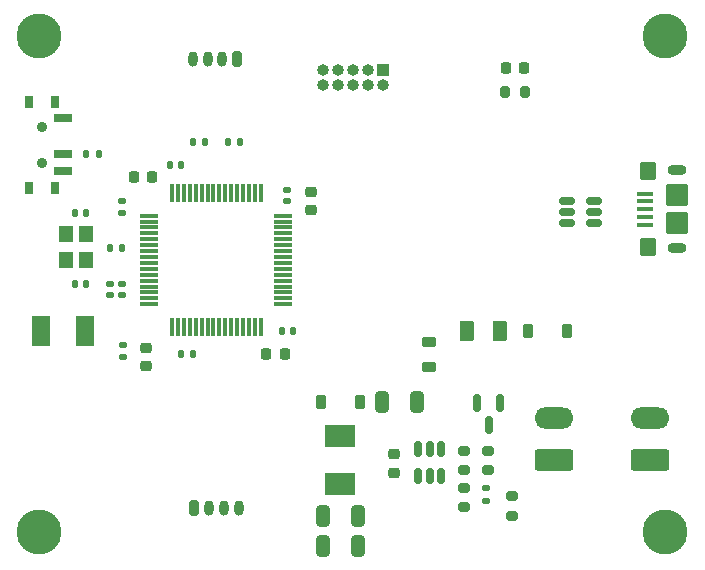
<source format=gbr>
%TF.GenerationSoftware,KiCad,Pcbnew,8.0.3*%
%TF.CreationDate,2024-07-29T11:00:05+05:30*%
%TF.ProjectId,SSTM32_REV2,5353544d-3332-45f5-9245-56322e6b6963,rev?*%
%TF.SameCoordinates,Original*%
%TF.FileFunction,Soldermask,Top*%
%TF.FilePolarity,Negative*%
%FSLAX46Y46*%
G04 Gerber Fmt 4.6, Leading zero omitted, Abs format (unit mm)*
G04 Created by KiCad (PCBNEW 8.0.3) date 2024-07-29 11:00:05*
%MOMM*%
%LPD*%
G01*
G04 APERTURE LIST*
G04 Aperture macros list*
%AMRoundRect*
0 Rectangle with rounded corners*
0 $1 Rounding radius*
0 $2 $3 $4 $5 $6 $7 $8 $9 X,Y pos of 4 corners*
0 Add a 4 corners polygon primitive as box body*
4,1,4,$2,$3,$4,$5,$6,$7,$8,$9,$2,$3,0*
0 Add four circle primitives for the rounded corners*
1,1,$1+$1,$2,$3*
1,1,$1+$1,$4,$5*
1,1,$1+$1,$6,$7*
1,1,$1+$1,$8,$9*
0 Add four rect primitives between the rounded corners*
20,1,$1+$1,$2,$3,$4,$5,0*
20,1,$1+$1,$4,$5,$6,$7,0*
20,1,$1+$1,$6,$7,$8,$9,0*
20,1,$1+$1,$8,$9,$2,$3,0*%
G04 Aperture macros list end*
%ADD10RoundRect,0.140000X0.170000X-0.140000X0.170000X0.140000X-0.170000X0.140000X-0.170000X-0.140000X0*%
%ADD11RoundRect,0.140000X-0.140000X-0.170000X0.140000X-0.170000X0.140000X0.170000X-0.140000X0.170000X0*%
%ADD12RoundRect,0.225000X0.225000X0.250000X-0.225000X0.250000X-0.225000X-0.250000X0.225000X-0.250000X0*%
%ADD13RoundRect,0.135000X-0.185000X0.135000X-0.185000X-0.135000X0.185000X-0.135000X0.185000X0.135000X0*%
%ADD14R,1.200000X1.400000*%
%ADD15RoundRect,0.218750X-0.381250X0.218750X-0.381250X-0.218750X0.381250X-0.218750X0.381250X0.218750X0*%
%ADD16RoundRect,0.250000X-0.375000X-0.625000X0.375000X-0.625000X0.375000X0.625000X-0.375000X0.625000X0*%
%ADD17R,0.800000X1.000000*%
%ADD18C,0.900000*%
%ADD19R,1.500000X0.700000*%
%ADD20RoundRect,0.200000X0.275000X-0.200000X0.275000X0.200000X-0.275000X0.200000X-0.275000X-0.200000X0*%
%ADD21RoundRect,0.135000X0.185000X-0.135000X0.185000X0.135000X-0.185000X0.135000X-0.185000X-0.135000X0*%
%ADD22RoundRect,0.218750X0.256250X-0.218750X0.256250X0.218750X-0.256250X0.218750X-0.256250X-0.218750X0*%
%ADD23R,1.500000X2.500000*%
%ADD24RoundRect,0.225000X-0.225000X-0.375000X0.225000X-0.375000X0.225000X0.375000X-0.225000X0.375000X0*%
%ADD25RoundRect,0.150000X0.150000X-0.512500X0.150000X0.512500X-0.150000X0.512500X-0.150000X-0.512500X0*%
%ADD26RoundRect,0.218750X0.218750X0.256250X-0.218750X0.256250X-0.218750X-0.256250X0.218750X-0.256250X0*%
%ADD27RoundRect,0.225000X0.250000X-0.225000X0.250000X0.225000X-0.250000X0.225000X-0.250000X-0.225000X0*%
%ADD28RoundRect,0.250000X-0.325000X-0.650000X0.325000X-0.650000X0.325000X0.650000X-0.325000X0.650000X0*%
%ADD29RoundRect,0.250000X1.400000X-0.650000X1.400000X0.650000X-1.400000X0.650000X-1.400000X-0.650000X0*%
%ADD30O,3.300000X1.800000*%
%ADD31RoundRect,0.200000X-0.275000X0.200000X-0.275000X-0.200000X0.275000X-0.200000X0.275000X0.200000X0*%
%ADD32C,3.800000*%
%ADD33RoundRect,0.150000X-0.150000X0.587500X-0.150000X-0.587500X0.150000X-0.587500X0.150000X0.587500X0*%
%ADD34RoundRect,0.075000X-0.700000X-0.075000X0.700000X-0.075000X0.700000X0.075000X-0.700000X0.075000X0*%
%ADD35RoundRect,0.075000X-0.075000X-0.700000X0.075000X-0.700000X0.075000X0.700000X-0.075000X0.700000X0*%
%ADD36RoundRect,0.135000X0.135000X0.185000X-0.135000X0.185000X-0.135000X-0.185000X0.135000X-0.185000X0*%
%ADD37R,2.500000X1.900000*%
%ADD38RoundRect,0.225000X-0.225000X-0.250000X0.225000X-0.250000X0.225000X0.250000X-0.225000X0.250000X0*%
%ADD39RoundRect,0.200000X-0.200000X-0.450000X0.200000X-0.450000X0.200000X0.450000X-0.200000X0.450000X0*%
%ADD40O,0.800000X1.300000*%
%ADD41R,1.000000X1.000000*%
%ADD42O,1.000000X1.000000*%
%ADD43RoundRect,0.140000X0.140000X0.170000X-0.140000X0.170000X-0.140000X-0.170000X0.140000X-0.170000X0*%
%ADD44RoundRect,0.100000X0.575000X-0.100000X0.575000X0.100000X-0.575000X0.100000X-0.575000X-0.100000X0*%
%ADD45O,1.600000X0.900000*%
%ADD46RoundRect,0.250000X0.450000X-0.550000X0.450000X0.550000X-0.450000X0.550000X-0.450000X-0.550000X0*%
%ADD47RoundRect,0.250000X0.700000X-0.700000X0.700000X0.700000X-0.700000X0.700000X-0.700000X-0.700000X0*%
%ADD48RoundRect,0.135000X-0.135000X-0.185000X0.135000X-0.185000X0.135000X0.185000X-0.135000X0.185000X0*%
%ADD49RoundRect,0.150000X0.512500X0.150000X-0.512500X0.150000X-0.512500X-0.150000X0.512500X-0.150000X0*%
%ADD50RoundRect,0.200000X0.200000X0.275000X-0.200000X0.275000X-0.200000X-0.275000X0.200000X-0.275000X0*%
%ADD51RoundRect,0.200000X0.200000X0.450000X-0.200000X0.450000X-0.200000X-0.450000X0.200000X-0.450000X0*%
G04 APERTURE END LIST*
D10*
%TO.C,C9*%
X151000000Y-103000000D03*
X151000000Y-102040000D03*
%TD*%
D11*
%TO.C,C12*%
X148040000Y-96000000D03*
X149000000Y-96000000D03*
%TD*%
D12*
%TO.C,C3*%
X154550000Y-93000000D03*
X153000000Y-93000000D03*
%TD*%
D13*
%TO.C,R7*%
X182850000Y-119350000D03*
X182850000Y-120370000D03*
%TD*%
D11*
%TO.C,C6*%
X165520000Y-106000000D03*
X166480000Y-106000000D03*
%TD*%
D14*
%TO.C,Y1*%
X147300000Y-97800000D03*
X147300000Y-100000000D03*
X149000000Y-100000000D03*
X149000000Y-97800000D03*
%TD*%
D15*
%TO.C,FB1*%
X178000000Y-106937500D03*
X178000000Y-109062500D03*
%TD*%
D16*
%TO.C,F1*%
X181200000Y-106000000D03*
X184000000Y-106000000D03*
%TD*%
D17*
%TO.C,SW1*%
X146350000Y-86600000D03*
X144140000Y-86600000D03*
D18*
X145240000Y-88750000D03*
X145240000Y-91750000D03*
D17*
X146350000Y-93900000D03*
X144140000Y-93900000D03*
D19*
X147000000Y-88000000D03*
X147000000Y-91000000D03*
X147000000Y-92500000D03*
%TD*%
D20*
%TO.C,R5*%
X183000000Y-117825000D03*
X183000000Y-116175000D03*
%TD*%
D21*
%TO.C,R3*%
X152100000Y-108220000D03*
X152100000Y-107200000D03*
%TD*%
D22*
%TO.C,D1*%
X154000000Y-109000000D03*
X154000000Y-107425000D03*
%TD*%
D23*
%TO.C,L1*%
X145150000Y-106000000D03*
X148850000Y-106000000D03*
%TD*%
D24*
%TO.C,D3*%
X186350000Y-106000000D03*
X189650000Y-106000000D03*
%TD*%
D25*
%TO.C,IC1*%
X177100000Y-118275000D03*
X178050000Y-118275000D03*
X179000000Y-118275000D03*
X179000000Y-116000000D03*
X178050000Y-116000000D03*
X177100000Y-116000000D03*
%TD*%
D26*
%TO.C,D4*%
X186062500Y-83750000D03*
X184487500Y-83750000D03*
%TD*%
D27*
%TO.C,C14*%
X175000000Y-118000000D03*
X175000000Y-116450000D03*
%TD*%
D28*
%TO.C,C15*%
X169025000Y-121700000D03*
X171975000Y-121700000D03*
%TD*%
D29*
%TO.C,J1*%
X188552500Y-116900000D03*
X196752500Y-116900000D03*
D30*
X188552500Y-113400000D03*
X196752500Y-113400000D03*
%TD*%
D10*
%TO.C,C7*%
X166000000Y-95000000D03*
X166000000Y-94040000D03*
%TD*%
D31*
%TO.C,R8*%
X185000000Y-120000000D03*
X185000000Y-121650000D03*
%TD*%
D32*
%TO.C,H2*%
X198000000Y-123000000D03*
%TD*%
D10*
%TO.C,C10*%
X152000000Y-103000000D03*
X152000000Y-102040000D03*
%TD*%
D33*
%TO.C,Q1*%
X184000000Y-112125000D03*
X182100000Y-112125000D03*
X183050000Y-114000000D03*
%TD*%
D10*
%TO.C,C4*%
X152000000Y-96000000D03*
X152000000Y-95040000D03*
%TD*%
D34*
%TO.C,U1*%
X154325000Y-96250000D03*
X154325000Y-96750000D03*
X154325000Y-97250000D03*
X154325000Y-97750000D03*
X154325000Y-98250000D03*
X154325000Y-98750000D03*
X154325000Y-99250000D03*
X154325000Y-99750000D03*
X154325000Y-100250000D03*
X154325000Y-100750000D03*
X154325000Y-101250000D03*
X154325000Y-101750000D03*
X154325000Y-102250000D03*
X154325000Y-102750000D03*
X154325000Y-103250000D03*
X154325000Y-103750000D03*
D35*
X156250000Y-105675000D03*
X156750000Y-105675000D03*
X157250000Y-105675000D03*
X157750000Y-105675000D03*
X158250000Y-105675000D03*
X158750000Y-105675000D03*
X159250000Y-105675000D03*
X159750000Y-105675000D03*
X160250000Y-105675000D03*
X160750000Y-105675000D03*
X161250000Y-105675000D03*
X161750000Y-105675000D03*
X162250000Y-105675000D03*
X162750000Y-105675000D03*
X163250000Y-105675000D03*
X163750000Y-105675000D03*
D34*
X165675000Y-103750000D03*
X165675000Y-103250000D03*
X165675000Y-102750000D03*
X165675000Y-102250000D03*
X165675000Y-101750000D03*
X165675000Y-101250000D03*
X165675000Y-100750000D03*
X165675000Y-100250000D03*
X165675000Y-99750000D03*
X165675000Y-99250000D03*
X165675000Y-98750000D03*
X165675000Y-98250000D03*
X165675000Y-97750000D03*
X165675000Y-97250000D03*
X165675000Y-96750000D03*
X165675000Y-96250000D03*
D35*
X163750000Y-94325000D03*
X163250000Y-94325000D03*
X162750000Y-94325000D03*
X162250000Y-94325000D03*
X161750000Y-94325000D03*
X161250000Y-94325000D03*
X160750000Y-94325000D03*
X160250000Y-94325000D03*
X159750000Y-94325000D03*
X159250000Y-94325000D03*
X158750000Y-94325000D03*
X158250000Y-94325000D03*
X157750000Y-94325000D03*
X157250000Y-94325000D03*
X156750000Y-94325000D03*
X156250000Y-94325000D03*
%TD*%
D31*
%TO.C,R4*%
X181000000Y-116175000D03*
X181000000Y-117825000D03*
%TD*%
D36*
%TO.C,R2*%
X152020000Y-99000000D03*
X151000000Y-99000000D03*
%TD*%
D32*
%TO.C,H1*%
X145000000Y-81000000D03*
%TD*%
%TO.C,H3*%
X145000000Y-123000000D03*
%TD*%
D37*
%TO.C,L2*%
X170475000Y-114900000D03*
X170475000Y-119000000D03*
%TD*%
D38*
%TO.C,C2*%
X164225000Y-108000000D03*
X165775000Y-108000000D03*
%TD*%
D39*
%TO.C,J4*%
X158125000Y-121000000D03*
D40*
X159375000Y-121000000D03*
X160625000Y-121000000D03*
X161875000Y-121000000D03*
%TD*%
D41*
%TO.C,J6*%
X174100000Y-83925000D03*
D42*
X174100000Y-85195000D03*
X172830000Y-83925000D03*
X172830000Y-85195000D03*
X171560000Y-83925000D03*
X171560000Y-85195000D03*
X170290000Y-83925000D03*
X170290000Y-85195000D03*
X169020000Y-83925000D03*
X169020000Y-85195000D03*
%TD*%
D43*
%TO.C,C5*%
X158000000Y-108000000D03*
X157040000Y-108000000D03*
%TD*%
D44*
%TO.C,J5*%
X196325000Y-97000000D03*
X196325000Y-96350000D03*
X196325000Y-95700000D03*
X196325000Y-95050000D03*
X196325000Y-94400000D03*
D45*
X199000000Y-99000000D03*
D46*
X196550000Y-98900000D03*
D47*
X199000000Y-96900000D03*
X199000000Y-94500000D03*
D46*
X196550000Y-92500000D03*
D45*
X199000000Y-92400000D03*
%TD*%
D36*
%TO.C,R9*%
X162020000Y-90000000D03*
X161000000Y-90000000D03*
%TD*%
D48*
%TO.C,R1*%
X149000000Y-91000000D03*
X150020000Y-91000000D03*
%TD*%
D32*
%TO.C,H4*%
X198000000Y-81000000D03*
%TD*%
D20*
%TO.C,R6*%
X181000000Y-120950000D03*
X181000000Y-119300000D03*
%TD*%
D49*
%TO.C,U3*%
X192000000Y-96900000D03*
X192000000Y-95950000D03*
X192000000Y-95000000D03*
X189725000Y-95000000D03*
X189725000Y-95950000D03*
X189725000Y-96900000D03*
%TD*%
D27*
%TO.C,C1*%
X168000000Y-95775000D03*
X168000000Y-94225000D03*
%TD*%
D11*
%TO.C,C8*%
X156040000Y-92000000D03*
X157000000Y-92000000D03*
%TD*%
D48*
%TO.C,R10*%
X158000000Y-90000000D03*
X159020000Y-90000000D03*
%TD*%
D28*
%TO.C,C16*%
X169025000Y-124200000D03*
X171975000Y-124200000D03*
%TD*%
D43*
%TO.C,C11*%
X149000000Y-102000000D03*
X148040000Y-102000000D03*
%TD*%
D24*
%TO.C,D2*%
X168825000Y-112000000D03*
X172125000Y-112000000D03*
%TD*%
D28*
%TO.C,C13*%
X174050000Y-112000000D03*
X177000000Y-112000000D03*
%TD*%
D50*
%TO.C,R11*%
X186100000Y-85750000D03*
X184450000Y-85750000D03*
%TD*%
D51*
%TO.C,J3*%
X161750000Y-83000000D03*
D40*
X160500000Y-83000000D03*
X159250000Y-83000000D03*
X158000000Y-83000000D03*
%TD*%
M02*

</source>
